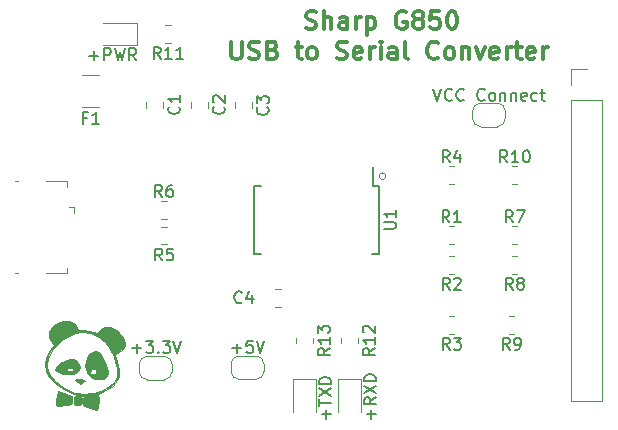
<source format=gbr>
%TF.GenerationSoftware,KiCad,Pcbnew,(5.1.8)-1*%
%TF.CreationDate,2020-12-04T21:04:29+03:00*%
%TF.ProjectId,InterfaceG850,496e7465-7266-4616-9365-473835302e6b,rev?*%
%TF.SameCoordinates,Original*%
%TF.FileFunction,Legend,Top*%
%TF.FilePolarity,Positive*%
%FSLAX46Y46*%
G04 Gerber Fmt 4.6, Leading zero omitted, Abs format (unit mm)*
G04 Created by KiCad (PCBNEW (5.1.8)-1) date 2020-12-04 21:04:29*
%MOMM*%
%LPD*%
G01*
G04 APERTURE LIST*
%ADD10C,0.300000*%
%ADD11C,0.120000*%
%ADD12C,0.150000*%
%ADD13C,0.010000*%
G04 APERTURE END LIST*
D10*
X128656474Y-58717342D02*
X128870760Y-58788771D01*
X129227902Y-58788771D01*
X129370760Y-58717342D01*
X129442188Y-58645914D01*
X129513617Y-58503057D01*
X129513617Y-58360200D01*
X129442188Y-58217342D01*
X129370760Y-58145914D01*
X129227902Y-58074485D01*
X128942188Y-58003057D01*
X128799331Y-57931628D01*
X128727902Y-57860200D01*
X128656474Y-57717342D01*
X128656474Y-57574485D01*
X128727902Y-57431628D01*
X128799331Y-57360200D01*
X128942188Y-57288771D01*
X129299331Y-57288771D01*
X129513617Y-57360200D01*
X130156474Y-58788771D02*
X130156474Y-57288771D01*
X130799331Y-58788771D02*
X130799331Y-58003057D01*
X130727902Y-57860200D01*
X130585045Y-57788771D01*
X130370760Y-57788771D01*
X130227902Y-57860200D01*
X130156474Y-57931628D01*
X132156474Y-58788771D02*
X132156474Y-58003057D01*
X132085045Y-57860200D01*
X131942188Y-57788771D01*
X131656474Y-57788771D01*
X131513617Y-57860200D01*
X132156474Y-58717342D02*
X132013617Y-58788771D01*
X131656474Y-58788771D01*
X131513617Y-58717342D01*
X131442188Y-58574485D01*
X131442188Y-58431628D01*
X131513617Y-58288771D01*
X131656474Y-58217342D01*
X132013617Y-58217342D01*
X132156474Y-58145914D01*
X132870760Y-58788771D02*
X132870760Y-57788771D01*
X132870760Y-58074485D02*
X132942188Y-57931628D01*
X133013617Y-57860200D01*
X133156474Y-57788771D01*
X133299331Y-57788771D01*
X133799331Y-57788771D02*
X133799331Y-59288771D01*
X133799331Y-57860200D02*
X133942188Y-57788771D01*
X134227902Y-57788771D01*
X134370760Y-57860200D01*
X134442188Y-57931628D01*
X134513617Y-58074485D01*
X134513617Y-58503057D01*
X134442188Y-58645914D01*
X134370760Y-58717342D01*
X134227902Y-58788771D01*
X133942188Y-58788771D01*
X133799331Y-58717342D01*
X137085045Y-57360200D02*
X136942188Y-57288771D01*
X136727902Y-57288771D01*
X136513617Y-57360200D01*
X136370760Y-57503057D01*
X136299331Y-57645914D01*
X136227902Y-57931628D01*
X136227902Y-58145914D01*
X136299331Y-58431628D01*
X136370760Y-58574485D01*
X136513617Y-58717342D01*
X136727902Y-58788771D01*
X136870760Y-58788771D01*
X137085045Y-58717342D01*
X137156474Y-58645914D01*
X137156474Y-58145914D01*
X136870760Y-58145914D01*
X138013617Y-57931628D02*
X137870760Y-57860200D01*
X137799331Y-57788771D01*
X137727902Y-57645914D01*
X137727902Y-57574485D01*
X137799331Y-57431628D01*
X137870760Y-57360200D01*
X138013617Y-57288771D01*
X138299331Y-57288771D01*
X138442188Y-57360200D01*
X138513617Y-57431628D01*
X138585045Y-57574485D01*
X138585045Y-57645914D01*
X138513617Y-57788771D01*
X138442188Y-57860200D01*
X138299331Y-57931628D01*
X138013617Y-57931628D01*
X137870760Y-58003057D01*
X137799331Y-58074485D01*
X137727902Y-58217342D01*
X137727902Y-58503057D01*
X137799331Y-58645914D01*
X137870760Y-58717342D01*
X138013617Y-58788771D01*
X138299331Y-58788771D01*
X138442188Y-58717342D01*
X138513617Y-58645914D01*
X138585045Y-58503057D01*
X138585045Y-58217342D01*
X138513617Y-58074485D01*
X138442188Y-58003057D01*
X138299331Y-57931628D01*
X139942188Y-57288771D02*
X139227902Y-57288771D01*
X139156474Y-58003057D01*
X139227902Y-57931628D01*
X139370760Y-57860200D01*
X139727902Y-57860200D01*
X139870760Y-57931628D01*
X139942188Y-58003057D01*
X140013617Y-58145914D01*
X140013617Y-58503057D01*
X139942188Y-58645914D01*
X139870760Y-58717342D01*
X139727902Y-58788771D01*
X139370760Y-58788771D01*
X139227902Y-58717342D01*
X139156474Y-58645914D01*
X140942188Y-57288771D02*
X141085045Y-57288771D01*
X141227902Y-57360200D01*
X141299331Y-57431628D01*
X141370760Y-57574485D01*
X141442188Y-57860200D01*
X141442188Y-58217342D01*
X141370760Y-58503057D01*
X141299331Y-58645914D01*
X141227902Y-58717342D01*
X141085045Y-58788771D01*
X140942188Y-58788771D01*
X140799331Y-58717342D01*
X140727902Y-58645914D01*
X140656474Y-58503057D01*
X140585045Y-58217342D01*
X140585045Y-57860200D01*
X140656474Y-57574485D01*
X140727902Y-57431628D01*
X140799331Y-57360200D01*
X140942188Y-57288771D01*
X122335045Y-59838771D02*
X122335045Y-61053057D01*
X122406474Y-61195914D01*
X122477902Y-61267342D01*
X122620760Y-61338771D01*
X122906474Y-61338771D01*
X123049331Y-61267342D01*
X123120760Y-61195914D01*
X123192188Y-61053057D01*
X123192188Y-59838771D01*
X123835045Y-61267342D02*
X124049331Y-61338771D01*
X124406474Y-61338771D01*
X124549331Y-61267342D01*
X124620760Y-61195914D01*
X124692188Y-61053057D01*
X124692188Y-60910200D01*
X124620760Y-60767342D01*
X124549331Y-60695914D01*
X124406474Y-60624485D01*
X124120760Y-60553057D01*
X123977902Y-60481628D01*
X123906474Y-60410200D01*
X123835045Y-60267342D01*
X123835045Y-60124485D01*
X123906474Y-59981628D01*
X123977902Y-59910200D01*
X124120760Y-59838771D01*
X124477902Y-59838771D01*
X124692188Y-59910200D01*
X125835045Y-60553057D02*
X126049331Y-60624485D01*
X126120760Y-60695914D01*
X126192188Y-60838771D01*
X126192188Y-61053057D01*
X126120760Y-61195914D01*
X126049331Y-61267342D01*
X125906474Y-61338771D01*
X125335045Y-61338771D01*
X125335045Y-59838771D01*
X125835045Y-59838771D01*
X125977902Y-59910200D01*
X126049331Y-59981628D01*
X126120760Y-60124485D01*
X126120760Y-60267342D01*
X126049331Y-60410200D01*
X125977902Y-60481628D01*
X125835045Y-60553057D01*
X125335045Y-60553057D01*
X127763617Y-60338771D02*
X128335045Y-60338771D01*
X127977902Y-59838771D02*
X127977902Y-61124485D01*
X128049331Y-61267342D01*
X128192188Y-61338771D01*
X128335045Y-61338771D01*
X129049331Y-61338771D02*
X128906474Y-61267342D01*
X128835045Y-61195914D01*
X128763617Y-61053057D01*
X128763617Y-60624485D01*
X128835045Y-60481628D01*
X128906474Y-60410200D01*
X129049331Y-60338771D01*
X129263617Y-60338771D01*
X129406474Y-60410200D01*
X129477902Y-60481628D01*
X129549331Y-60624485D01*
X129549331Y-61053057D01*
X129477902Y-61195914D01*
X129406474Y-61267342D01*
X129263617Y-61338771D01*
X129049331Y-61338771D01*
X131263617Y-61267342D02*
X131477902Y-61338771D01*
X131835045Y-61338771D01*
X131977902Y-61267342D01*
X132049331Y-61195914D01*
X132120760Y-61053057D01*
X132120760Y-60910200D01*
X132049331Y-60767342D01*
X131977902Y-60695914D01*
X131835045Y-60624485D01*
X131549331Y-60553057D01*
X131406474Y-60481628D01*
X131335045Y-60410200D01*
X131263617Y-60267342D01*
X131263617Y-60124485D01*
X131335045Y-59981628D01*
X131406474Y-59910200D01*
X131549331Y-59838771D01*
X131906474Y-59838771D01*
X132120760Y-59910200D01*
X133335045Y-61267342D02*
X133192188Y-61338771D01*
X132906474Y-61338771D01*
X132763617Y-61267342D01*
X132692188Y-61124485D01*
X132692188Y-60553057D01*
X132763617Y-60410200D01*
X132906474Y-60338771D01*
X133192188Y-60338771D01*
X133335045Y-60410200D01*
X133406474Y-60553057D01*
X133406474Y-60695914D01*
X132692188Y-60838771D01*
X134049331Y-61338771D02*
X134049331Y-60338771D01*
X134049331Y-60624485D02*
X134120760Y-60481628D01*
X134192188Y-60410200D01*
X134335045Y-60338771D01*
X134477902Y-60338771D01*
X134977902Y-61338771D02*
X134977902Y-60338771D01*
X134977902Y-59838771D02*
X134906474Y-59910200D01*
X134977902Y-59981628D01*
X135049331Y-59910200D01*
X134977902Y-59838771D01*
X134977902Y-59981628D01*
X136335045Y-61338771D02*
X136335045Y-60553057D01*
X136263617Y-60410200D01*
X136120760Y-60338771D01*
X135835045Y-60338771D01*
X135692188Y-60410200D01*
X136335045Y-61267342D02*
X136192188Y-61338771D01*
X135835045Y-61338771D01*
X135692188Y-61267342D01*
X135620760Y-61124485D01*
X135620760Y-60981628D01*
X135692188Y-60838771D01*
X135835045Y-60767342D01*
X136192188Y-60767342D01*
X136335045Y-60695914D01*
X137263617Y-61338771D02*
X137120760Y-61267342D01*
X137049331Y-61124485D01*
X137049331Y-59838771D01*
X139835045Y-61195914D02*
X139763617Y-61267342D01*
X139549331Y-61338771D01*
X139406474Y-61338771D01*
X139192188Y-61267342D01*
X139049331Y-61124485D01*
X138977902Y-60981628D01*
X138906474Y-60695914D01*
X138906474Y-60481628D01*
X138977902Y-60195914D01*
X139049331Y-60053057D01*
X139192188Y-59910200D01*
X139406474Y-59838771D01*
X139549331Y-59838771D01*
X139763617Y-59910200D01*
X139835045Y-59981628D01*
X140692188Y-61338771D02*
X140549331Y-61267342D01*
X140477902Y-61195914D01*
X140406474Y-61053057D01*
X140406474Y-60624485D01*
X140477902Y-60481628D01*
X140549331Y-60410200D01*
X140692188Y-60338771D01*
X140906474Y-60338771D01*
X141049331Y-60410200D01*
X141120760Y-60481628D01*
X141192188Y-60624485D01*
X141192188Y-61053057D01*
X141120760Y-61195914D01*
X141049331Y-61267342D01*
X140906474Y-61338771D01*
X140692188Y-61338771D01*
X141835045Y-60338771D02*
X141835045Y-61338771D01*
X141835045Y-60481628D02*
X141906474Y-60410200D01*
X142049331Y-60338771D01*
X142263617Y-60338771D01*
X142406474Y-60410200D01*
X142477902Y-60553057D01*
X142477902Y-61338771D01*
X143049331Y-60338771D02*
X143406474Y-61338771D01*
X143763617Y-60338771D01*
X144906474Y-61267342D02*
X144763617Y-61338771D01*
X144477902Y-61338771D01*
X144335045Y-61267342D01*
X144263617Y-61124485D01*
X144263617Y-60553057D01*
X144335045Y-60410200D01*
X144477902Y-60338771D01*
X144763617Y-60338771D01*
X144906474Y-60410200D01*
X144977902Y-60553057D01*
X144977902Y-60695914D01*
X144263617Y-60838771D01*
X145620760Y-61338771D02*
X145620760Y-60338771D01*
X145620760Y-60624485D02*
X145692188Y-60481628D01*
X145763617Y-60410200D01*
X145906474Y-60338771D01*
X146049331Y-60338771D01*
X146335045Y-60338771D02*
X146906474Y-60338771D01*
X146549331Y-59838771D02*
X146549331Y-61124485D01*
X146620760Y-61267342D01*
X146763617Y-61338771D01*
X146906474Y-61338771D01*
X147977902Y-61267342D02*
X147835045Y-61338771D01*
X147549331Y-61338771D01*
X147406474Y-61267342D01*
X147335045Y-61124485D01*
X147335045Y-60553057D01*
X147406474Y-60410200D01*
X147549331Y-60338771D01*
X147835045Y-60338771D01*
X147977902Y-60410200D01*
X148049331Y-60553057D01*
X148049331Y-60695914D01*
X147335045Y-60838771D01*
X148692188Y-61338771D02*
X148692188Y-60338771D01*
X148692188Y-60624485D02*
X148763617Y-60481628D01*
X148835045Y-60410200D01*
X148977902Y-60338771D01*
X149120760Y-60338771D01*
D11*
X135406901Y-71247000D02*
G75*
G03*
X135406901Y-71247000I-283981J0D01*
G01*
D12*
X122407205Y-85796428D02*
X123169110Y-85796428D01*
X122788158Y-86177380D02*
X122788158Y-85415476D01*
X124121491Y-85177380D02*
X123645300Y-85177380D01*
X123597681Y-85653571D01*
X123645300Y-85605952D01*
X123740539Y-85558333D01*
X123978634Y-85558333D01*
X124073872Y-85605952D01*
X124121491Y-85653571D01*
X124169110Y-85748809D01*
X124169110Y-85986904D01*
X124121491Y-86082142D01*
X124073872Y-86129761D01*
X123978634Y-86177380D01*
X123740539Y-86177380D01*
X123645300Y-86129761D01*
X123597681Y-86082142D01*
X124454824Y-85177380D02*
X124788158Y-86177380D01*
X125121491Y-85177380D01*
X113945920Y-85796428D02*
X114707824Y-85796428D01*
X114326872Y-86177380D02*
X114326872Y-85415476D01*
X115088777Y-85177380D02*
X115707824Y-85177380D01*
X115374491Y-85558333D01*
X115517348Y-85558333D01*
X115612586Y-85605952D01*
X115660205Y-85653571D01*
X115707824Y-85748809D01*
X115707824Y-85986904D01*
X115660205Y-86082142D01*
X115612586Y-86129761D01*
X115517348Y-86177380D01*
X115231634Y-86177380D01*
X115136396Y-86129761D01*
X115088777Y-86082142D01*
X116136396Y-86082142D02*
X116184015Y-86129761D01*
X116136396Y-86177380D01*
X116088777Y-86129761D01*
X116136396Y-86082142D01*
X116136396Y-86177380D01*
X116517348Y-85177380D02*
X117136396Y-85177380D01*
X116803062Y-85558333D01*
X116945920Y-85558333D01*
X117041158Y-85605952D01*
X117088777Y-85653571D01*
X117136396Y-85748809D01*
X117136396Y-85986904D01*
X117088777Y-86082142D01*
X117041158Y-86129761D01*
X116945920Y-86177380D01*
X116660205Y-86177380D01*
X116564967Y-86129761D01*
X116517348Y-86082142D01*
X117422110Y-85177380D02*
X117755443Y-86177380D01*
X118088777Y-85177380D01*
X134178348Y-91773142D02*
X134178348Y-91011238D01*
X134559300Y-91392190D02*
X133797396Y-91392190D01*
X134559300Y-89963619D02*
X134083110Y-90296952D01*
X134559300Y-90535047D02*
X133559300Y-90535047D01*
X133559300Y-90154095D01*
X133606920Y-90058857D01*
X133654539Y-90011238D01*
X133749777Y-89963619D01*
X133892634Y-89963619D01*
X133987872Y-90011238D01*
X134035491Y-90058857D01*
X134083110Y-90154095D01*
X134083110Y-90535047D01*
X133559300Y-89630285D02*
X134559300Y-88963619D01*
X133559300Y-88963619D02*
X134559300Y-89630285D01*
X134559300Y-88582666D02*
X133559300Y-88582666D01*
X133559300Y-88344571D01*
X133606920Y-88201714D01*
X133702158Y-88106476D01*
X133797396Y-88058857D01*
X133987872Y-88011238D01*
X134130729Y-88011238D01*
X134321205Y-88058857D01*
X134416443Y-88106476D01*
X134511681Y-88201714D01*
X134559300Y-88344571D01*
X134559300Y-88582666D01*
X130368348Y-91781095D02*
X130368348Y-91019190D01*
X130749300Y-91400142D02*
X129987396Y-91400142D01*
X129749300Y-90685857D02*
X129749300Y-90114428D01*
X130749300Y-90400142D02*
X129749300Y-90400142D01*
X129749300Y-89876333D02*
X130749300Y-89209666D01*
X129749300Y-89209666D02*
X130749300Y-89876333D01*
X130749300Y-88828714D02*
X129749300Y-88828714D01*
X129749300Y-88590619D01*
X129796920Y-88447761D01*
X129892158Y-88352523D01*
X129987396Y-88304904D01*
X130177872Y-88257285D01*
X130320729Y-88257285D01*
X130511205Y-88304904D01*
X130606443Y-88352523D01*
X130701681Y-88447761D01*
X130749300Y-88590619D01*
X130749300Y-88828714D01*
X139425634Y-63841380D02*
X139758967Y-64841380D01*
X140092300Y-63841380D01*
X140997062Y-64746142D02*
X140949443Y-64793761D01*
X140806586Y-64841380D01*
X140711348Y-64841380D01*
X140568491Y-64793761D01*
X140473253Y-64698523D01*
X140425634Y-64603285D01*
X140378015Y-64412809D01*
X140378015Y-64269952D01*
X140425634Y-64079476D01*
X140473253Y-63984238D01*
X140568491Y-63889000D01*
X140711348Y-63841380D01*
X140806586Y-63841380D01*
X140949443Y-63889000D01*
X140997062Y-63936619D01*
X141997062Y-64746142D02*
X141949443Y-64793761D01*
X141806586Y-64841380D01*
X141711348Y-64841380D01*
X141568491Y-64793761D01*
X141473253Y-64698523D01*
X141425634Y-64603285D01*
X141378015Y-64412809D01*
X141378015Y-64269952D01*
X141425634Y-64079476D01*
X141473253Y-63984238D01*
X141568491Y-63889000D01*
X141711348Y-63841380D01*
X141806586Y-63841380D01*
X141949443Y-63889000D01*
X141997062Y-63936619D01*
X143758967Y-64746142D02*
X143711348Y-64793761D01*
X143568491Y-64841380D01*
X143473253Y-64841380D01*
X143330396Y-64793761D01*
X143235158Y-64698523D01*
X143187539Y-64603285D01*
X143139920Y-64412809D01*
X143139920Y-64269952D01*
X143187539Y-64079476D01*
X143235158Y-63984238D01*
X143330396Y-63889000D01*
X143473253Y-63841380D01*
X143568491Y-63841380D01*
X143711348Y-63889000D01*
X143758967Y-63936619D01*
X144330396Y-64841380D02*
X144235158Y-64793761D01*
X144187539Y-64746142D01*
X144139920Y-64650904D01*
X144139920Y-64365190D01*
X144187539Y-64269952D01*
X144235158Y-64222333D01*
X144330396Y-64174714D01*
X144473253Y-64174714D01*
X144568491Y-64222333D01*
X144616110Y-64269952D01*
X144663729Y-64365190D01*
X144663729Y-64650904D01*
X144616110Y-64746142D01*
X144568491Y-64793761D01*
X144473253Y-64841380D01*
X144330396Y-64841380D01*
X145092300Y-64174714D02*
X145092300Y-64841380D01*
X145092300Y-64269952D02*
X145139920Y-64222333D01*
X145235158Y-64174714D01*
X145378015Y-64174714D01*
X145473253Y-64222333D01*
X145520872Y-64317571D01*
X145520872Y-64841380D01*
X145997062Y-64174714D02*
X145997062Y-64841380D01*
X145997062Y-64269952D02*
X146044681Y-64222333D01*
X146139920Y-64174714D01*
X146282777Y-64174714D01*
X146378015Y-64222333D01*
X146425634Y-64317571D01*
X146425634Y-64841380D01*
X147282777Y-64793761D02*
X147187539Y-64841380D01*
X146997062Y-64841380D01*
X146901824Y-64793761D01*
X146854205Y-64698523D01*
X146854205Y-64317571D01*
X146901824Y-64222333D01*
X146997062Y-64174714D01*
X147187539Y-64174714D01*
X147282777Y-64222333D01*
X147330396Y-64317571D01*
X147330396Y-64412809D01*
X146854205Y-64508047D01*
X148187539Y-64793761D02*
X148092300Y-64841380D01*
X147901824Y-64841380D01*
X147806586Y-64793761D01*
X147758967Y-64746142D01*
X147711348Y-64650904D01*
X147711348Y-64365190D01*
X147758967Y-64269952D01*
X147806586Y-64222333D01*
X147901824Y-64174714D01*
X148092300Y-64174714D01*
X148187539Y-64222333D01*
X148473253Y-64174714D02*
X148854205Y-64174714D01*
X148616110Y-63841380D02*
X148616110Y-64698523D01*
X148663729Y-64793761D01*
X148758967Y-64841380D01*
X148854205Y-64841380D01*
X110310539Y-61031428D02*
X111072443Y-61031428D01*
X110691491Y-61412380D02*
X110691491Y-60650476D01*
X111548634Y-61412380D02*
X111548634Y-60412380D01*
X111929586Y-60412380D01*
X112024824Y-60460000D01*
X112072443Y-60507619D01*
X112120062Y-60602857D01*
X112120062Y-60745714D01*
X112072443Y-60840952D01*
X112024824Y-60888571D01*
X111929586Y-60936190D01*
X111548634Y-60936190D01*
X112453396Y-60412380D02*
X112691491Y-61412380D01*
X112881967Y-60698095D01*
X113072443Y-61412380D01*
X113310539Y-60412380D01*
X114262920Y-61412380D02*
X113929586Y-60936190D01*
X113691491Y-61412380D02*
X113691491Y-60412380D01*
X114072443Y-60412380D01*
X114167681Y-60460000D01*
X114215300Y-60507619D01*
X114262920Y-60602857D01*
X114262920Y-60745714D01*
X114215300Y-60840952D01*
X114167681Y-60888571D01*
X114072443Y-60936190D01*
X113691491Y-60936190D01*
D13*
%TO.C,G\u002A\u002A\u002A*%
G36*
X108681748Y-83508053D02*
G01*
X108772026Y-83539407D01*
X108968309Y-83668194D01*
X109143162Y-83866049D01*
X109265414Y-84096654D01*
X109275429Y-84125924D01*
X109324043Y-84277966D01*
X109851036Y-84290003D01*
X110159449Y-84304931D01*
X110395771Y-84336913D01*
X110593071Y-84391104D01*
X110657800Y-84415773D01*
X110846317Y-84489266D01*
X110962446Y-84520004D01*
X111030848Y-84507450D01*
X111076183Y-84451065D01*
X111097947Y-84406179D01*
X111218646Y-84250302D01*
X111410508Y-84118264D01*
X111638984Y-84028850D01*
X111844406Y-84000340D01*
X112134523Y-84043705D01*
X112423719Y-84163205D01*
X112696093Y-84342948D01*
X112935748Y-84567043D01*
X113126783Y-84819597D01*
X113253300Y-85084718D01*
X113299399Y-85346515D01*
X113291720Y-85446994D01*
X113201224Y-85748959D01*
X113034071Y-85981341D01*
X112784086Y-86151168D01*
X112613758Y-86218920D01*
X112488541Y-86262437D01*
X112419825Y-86291127D01*
X112415320Y-86294923D01*
X112431365Y-86346423D01*
X112472971Y-86468776D01*
X112518565Y-86599632D01*
X112628065Y-86935502D01*
X112720769Y-87266825D01*
X112790466Y-87567839D01*
X112830946Y-87812779D01*
X112838654Y-87927670D01*
X112794002Y-88191805D01*
X112669912Y-88476460D01*
X112481176Y-88753979D01*
X112287699Y-88957588D01*
X112063778Y-89141963D01*
X111831424Y-89292975D01*
X111558374Y-89429069D01*
X111230747Y-89561770D01*
X111048097Y-89634870D01*
X110956838Y-89683753D01*
X110947102Y-89714975D01*
X110979393Y-89728795D01*
X111040713Y-89756082D01*
X111074840Y-89814525D01*
X111089491Y-89929788D01*
X111092404Y-90104656D01*
X111083687Y-90320903D01*
X111060556Y-90545577D01*
X111027543Y-90751470D01*
X110989179Y-90911378D01*
X110949993Y-90998095D01*
X110942600Y-91004181D01*
X110863817Y-91011348D01*
X110854279Y-91009102D01*
X110621612Y-90940100D01*
X110373758Y-90860810D01*
X110143036Y-90782118D01*
X109961767Y-90714908D01*
X109888549Y-90683854D01*
X109783876Y-90624912D01*
X109733340Y-90553035D01*
X109717529Y-90430382D01*
X109716570Y-90348638D01*
X109726081Y-90131610D01*
X109759956Y-90001149D01*
X109826209Y-89939258D01*
X109904317Y-89927007D01*
X110014112Y-89906638D01*
X110060529Y-89874090D01*
X110032122Y-89844267D01*
X109908125Y-89828729D01*
X109759381Y-89827312D01*
X109603762Y-89833640D01*
X109516151Y-89844344D01*
X109515416Y-89857110D01*
X109515646Y-89857171D01*
X109612190Y-89933395D01*
X109652907Y-90088012D01*
X109637486Y-90288795D01*
X109586450Y-90473146D01*
X109505493Y-90573657D01*
X109371935Y-90612072D01*
X109297341Y-90614923D01*
X109131540Y-90596317D01*
X109032669Y-90527993D01*
X108985812Y-90391194D01*
X108975737Y-90210465D01*
X108984787Y-90032379D01*
X109019383Y-89924576D01*
X109090694Y-89852490D01*
X109091607Y-89851849D01*
X109154089Y-89807786D01*
X109178220Y-89776112D01*
X109150020Y-89745812D01*
X109055508Y-89705868D01*
X108880702Y-89645264D01*
X108790529Y-89614599D01*
X108226289Y-89367466D01*
X107699394Y-89026551D01*
X107299781Y-88677584D01*
X106980261Y-88320834D01*
X106754897Y-87975032D01*
X106615437Y-87624409D01*
X106553631Y-87253202D01*
X106553529Y-87251665D01*
X106548950Y-87145101D01*
X106700320Y-87145101D01*
X106715757Y-87427238D01*
X106770895Y-87666116D01*
X106878975Y-87902488D01*
X107019638Y-88127840D01*
X107368664Y-88555887D01*
X107799186Y-88935429D01*
X108293131Y-89253817D01*
X108832420Y-89498401D01*
X109104201Y-89586474D01*
X109338208Y-89627965D01*
X109643076Y-89647179D01*
X109986481Y-89645379D01*
X110336101Y-89623824D01*
X110659613Y-89583777D01*
X110924696Y-89526498D01*
X110965569Y-89513844D01*
X111447104Y-89323511D01*
X111859862Y-89096122D01*
X112196632Y-88838427D01*
X112450206Y-88557176D01*
X112613373Y-88259119D01*
X112678925Y-87951007D01*
X112679904Y-87908643D01*
X112662006Y-87730108D01*
X112613389Y-87480712D01*
X112541665Y-87188241D01*
X112454448Y-86880482D01*
X112359350Y-86585221D01*
X112263986Y-86330244D01*
X112219649Y-86228820D01*
X111924071Y-85689386D01*
X111587170Y-85244316D01*
X111210705Y-84894817D01*
X110796436Y-84642093D01*
X110346122Y-84487352D01*
X109861525Y-84431798D01*
X109610737Y-84441266D01*
X109093682Y-84538084D01*
X108590276Y-84739384D01*
X108100138Y-85045363D01*
X107622891Y-85456219D01*
X107573445Y-85505519D01*
X107217876Y-85908376D01*
X106951841Y-86305902D01*
X106779144Y-86690956D01*
X106703587Y-87056398D01*
X106700320Y-87145101D01*
X106548950Y-87145101D01*
X106545154Y-87056787D01*
X106555915Y-86906096D01*
X106594196Y-86759768D01*
X106668383Y-86577978D01*
X106718565Y-86467821D01*
X106891243Y-86128650D01*
X107069469Y-85856507D01*
X107256224Y-85636317D01*
X107316940Y-85559718D01*
X107321502Y-85493419D01*
X107261417Y-85409398D01*
X107156081Y-85305855D01*
X106996168Y-85093528D01*
X106890898Y-84828955D01*
X106859365Y-84599097D01*
X106908623Y-84361503D01*
X107045433Y-84132582D01*
X107251526Y-83922456D01*
X107508630Y-83741249D01*
X107798475Y-83599082D01*
X108102790Y-83506079D01*
X108403304Y-83472361D01*
X108681748Y-83508053D01*
G37*
X108681748Y-83508053D02*
X108772026Y-83539407D01*
X108968309Y-83668194D01*
X109143162Y-83866049D01*
X109265414Y-84096654D01*
X109275429Y-84125924D01*
X109324043Y-84277966D01*
X109851036Y-84290003D01*
X110159449Y-84304931D01*
X110395771Y-84336913D01*
X110593071Y-84391104D01*
X110657800Y-84415773D01*
X110846317Y-84489266D01*
X110962446Y-84520004D01*
X111030848Y-84507450D01*
X111076183Y-84451065D01*
X111097947Y-84406179D01*
X111218646Y-84250302D01*
X111410508Y-84118264D01*
X111638984Y-84028850D01*
X111844406Y-84000340D01*
X112134523Y-84043705D01*
X112423719Y-84163205D01*
X112696093Y-84342948D01*
X112935748Y-84567043D01*
X113126783Y-84819597D01*
X113253300Y-85084718D01*
X113299399Y-85346515D01*
X113291720Y-85446994D01*
X113201224Y-85748959D01*
X113034071Y-85981341D01*
X112784086Y-86151168D01*
X112613758Y-86218920D01*
X112488541Y-86262437D01*
X112419825Y-86291127D01*
X112415320Y-86294923D01*
X112431365Y-86346423D01*
X112472971Y-86468776D01*
X112518565Y-86599632D01*
X112628065Y-86935502D01*
X112720769Y-87266825D01*
X112790466Y-87567839D01*
X112830946Y-87812779D01*
X112838654Y-87927670D01*
X112794002Y-88191805D01*
X112669912Y-88476460D01*
X112481176Y-88753979D01*
X112287699Y-88957588D01*
X112063778Y-89141963D01*
X111831424Y-89292975D01*
X111558374Y-89429069D01*
X111230747Y-89561770D01*
X111048097Y-89634870D01*
X110956838Y-89683753D01*
X110947102Y-89714975D01*
X110979393Y-89728795D01*
X111040713Y-89756082D01*
X111074840Y-89814525D01*
X111089491Y-89929788D01*
X111092404Y-90104656D01*
X111083687Y-90320903D01*
X111060556Y-90545577D01*
X111027543Y-90751470D01*
X110989179Y-90911378D01*
X110949993Y-90998095D01*
X110942600Y-91004181D01*
X110863817Y-91011348D01*
X110854279Y-91009102D01*
X110621612Y-90940100D01*
X110373758Y-90860810D01*
X110143036Y-90782118D01*
X109961767Y-90714908D01*
X109888549Y-90683854D01*
X109783876Y-90624912D01*
X109733340Y-90553035D01*
X109717529Y-90430382D01*
X109716570Y-90348638D01*
X109726081Y-90131610D01*
X109759956Y-90001149D01*
X109826209Y-89939258D01*
X109904317Y-89927007D01*
X110014112Y-89906638D01*
X110060529Y-89874090D01*
X110032122Y-89844267D01*
X109908125Y-89828729D01*
X109759381Y-89827312D01*
X109603762Y-89833640D01*
X109516151Y-89844344D01*
X109515416Y-89857110D01*
X109515646Y-89857171D01*
X109612190Y-89933395D01*
X109652907Y-90088012D01*
X109637486Y-90288795D01*
X109586450Y-90473146D01*
X109505493Y-90573657D01*
X109371935Y-90612072D01*
X109297341Y-90614923D01*
X109131540Y-90596317D01*
X109032669Y-90527993D01*
X108985812Y-90391194D01*
X108975737Y-90210465D01*
X108984787Y-90032379D01*
X109019383Y-89924576D01*
X109090694Y-89852490D01*
X109091607Y-89851849D01*
X109154089Y-89807786D01*
X109178220Y-89776112D01*
X109150020Y-89745812D01*
X109055508Y-89705868D01*
X108880702Y-89645264D01*
X108790529Y-89614599D01*
X108226289Y-89367466D01*
X107699394Y-89026551D01*
X107299781Y-88677584D01*
X106980261Y-88320834D01*
X106754897Y-87975032D01*
X106615437Y-87624409D01*
X106553631Y-87253202D01*
X106553529Y-87251665D01*
X106548950Y-87145101D01*
X106700320Y-87145101D01*
X106715757Y-87427238D01*
X106770895Y-87666116D01*
X106878975Y-87902488D01*
X107019638Y-88127840D01*
X107368664Y-88555887D01*
X107799186Y-88935429D01*
X108293131Y-89253817D01*
X108832420Y-89498401D01*
X109104201Y-89586474D01*
X109338208Y-89627965D01*
X109643076Y-89647179D01*
X109986481Y-89645379D01*
X110336101Y-89623824D01*
X110659613Y-89583777D01*
X110924696Y-89526498D01*
X110965569Y-89513844D01*
X111447104Y-89323511D01*
X111859862Y-89096122D01*
X112196632Y-88838427D01*
X112450206Y-88557176D01*
X112613373Y-88259119D01*
X112678925Y-87951007D01*
X112679904Y-87908643D01*
X112662006Y-87730108D01*
X112613389Y-87480712D01*
X112541665Y-87188241D01*
X112454448Y-86880482D01*
X112359350Y-86585221D01*
X112263986Y-86330244D01*
X112219649Y-86228820D01*
X111924071Y-85689386D01*
X111587170Y-85244316D01*
X111210705Y-84894817D01*
X110796436Y-84642093D01*
X110346122Y-84487352D01*
X109861525Y-84431798D01*
X109610737Y-84441266D01*
X109093682Y-84538084D01*
X108590276Y-84739384D01*
X108100138Y-85045363D01*
X107622891Y-85456219D01*
X107573445Y-85505519D01*
X107217876Y-85908376D01*
X106951841Y-86305902D01*
X106779144Y-86690956D01*
X106703587Y-87056398D01*
X106700320Y-87145101D01*
X106548950Y-87145101D01*
X106545154Y-87056787D01*
X106555915Y-86906096D01*
X106594196Y-86759768D01*
X106668383Y-86577978D01*
X106718565Y-86467821D01*
X106891243Y-86128650D01*
X107069469Y-85856507D01*
X107256224Y-85636317D01*
X107316940Y-85559718D01*
X107321502Y-85493419D01*
X107261417Y-85409398D01*
X107156081Y-85305855D01*
X106996168Y-85093528D01*
X106890898Y-84828955D01*
X106859365Y-84599097D01*
X106908623Y-84361503D01*
X107045433Y-84132582D01*
X107251526Y-83922456D01*
X107508630Y-83741249D01*
X107798475Y-83599082D01*
X108102790Y-83506079D01*
X108403304Y-83472361D01*
X108681748Y-83508053D01*
G36*
X107783949Y-89468650D02*
G01*
X107940774Y-89516992D01*
X108146705Y-89587774D01*
X108314991Y-89649454D01*
X108843445Y-89848151D01*
X108859219Y-90148938D01*
X108863839Y-90298311D01*
X108848614Y-90403948D01*
X108797466Y-90477470D01*
X108694317Y-90530497D01*
X108523088Y-90574648D01*
X108267703Y-90621543D01*
X108185891Y-90635558D01*
X107905630Y-90683178D01*
X107713425Y-90710459D01*
X107592712Y-90713033D01*
X107526925Y-90686532D01*
X107499501Y-90626589D01*
X107493874Y-90528835D01*
X107494070Y-90453137D01*
X107504249Y-90194088D01*
X107531824Y-89944058D01*
X107572351Y-89724574D01*
X107621388Y-89557159D01*
X107674491Y-89463341D01*
X107700975Y-89450757D01*
X107783949Y-89468650D01*
G37*
X107783949Y-89468650D02*
X107940774Y-89516992D01*
X108146705Y-89587774D01*
X108314991Y-89649454D01*
X108843445Y-89848151D01*
X108859219Y-90148938D01*
X108863839Y-90298311D01*
X108848614Y-90403948D01*
X108797466Y-90477470D01*
X108694317Y-90530497D01*
X108523088Y-90574648D01*
X108267703Y-90621543D01*
X108185891Y-90635558D01*
X107905630Y-90683178D01*
X107713425Y-90710459D01*
X107592712Y-90713033D01*
X107526925Y-90686532D01*
X107499501Y-90626589D01*
X107493874Y-90528835D01*
X107494070Y-90453137D01*
X107504249Y-90194088D01*
X107531824Y-89944058D01*
X107572351Y-89724574D01*
X107621388Y-89557159D01*
X107674491Y-89463341D01*
X107700975Y-89450757D01*
X107783949Y-89468650D01*
G36*
X109575307Y-88437713D02*
G01*
X109742559Y-88474381D01*
X109867226Y-88523889D01*
X109905011Y-88556403D01*
X109876134Y-88597354D01*
X109786547Y-88664938D01*
X109669935Y-88737934D01*
X109559982Y-88795115D01*
X109493782Y-88815512D01*
X109449776Y-88782603D01*
X109355565Y-88699390D01*
X109297916Y-88646088D01*
X109117386Y-88476910D01*
X109271457Y-88433606D01*
X109405072Y-88421563D01*
X109575307Y-88437713D01*
G37*
X109575307Y-88437713D02*
X109742559Y-88474381D01*
X109867226Y-88523889D01*
X109905011Y-88556403D01*
X109876134Y-88597354D01*
X109786547Y-88664938D01*
X109669935Y-88737934D01*
X109559982Y-88795115D01*
X109493782Y-88815512D01*
X109449776Y-88782603D01*
X109355565Y-88699390D01*
X109297916Y-88646088D01*
X109117386Y-88476910D01*
X109271457Y-88433606D01*
X109405072Y-88421563D01*
X109575307Y-88437713D01*
G36*
X110944703Y-86039075D02*
G01*
X111038942Y-86109817D01*
X111167860Y-86242202D01*
X111369330Y-86503706D01*
X111559414Y-86831151D01*
X111718246Y-87184985D01*
X111825962Y-87525656D01*
X111836598Y-87573732D01*
X111870486Y-87765044D01*
X111873760Y-87896250D01*
X111844623Y-88009074D01*
X111814923Y-88076743D01*
X111727358Y-88218231D01*
X111627823Y-88322556D01*
X111615112Y-88331259D01*
X111449469Y-88392610D01*
X111226170Y-88422698D01*
X110989312Y-88419367D01*
X110782989Y-88380462D01*
X110761567Y-88372999D01*
X110453524Y-88209943D01*
X110193310Y-87978306D01*
X110078774Y-87824702D01*
X110075559Y-87816754D01*
X110355284Y-87816754D01*
X110367223Y-87925271D01*
X110473107Y-87987603D01*
X110674254Y-88005332D01*
X110721987Y-88003850D01*
X110840648Y-87991674D01*
X110893346Y-87948377D01*
X110906808Y-87842221D01*
X110907195Y-87783882D01*
X110901010Y-87647712D01*
X110863814Y-87584402D01*
X110767649Y-87561025D01*
X110713786Y-87556091D01*
X110563398Y-87561493D01*
X110467097Y-87621047D01*
X110435973Y-87660470D01*
X110355284Y-87816754D01*
X110075559Y-87816754D01*
X109979881Y-87580288D01*
X109950675Y-87299489D01*
X109983427Y-87003224D01*
X110070410Y-86712411D01*
X110203896Y-86447972D01*
X110376156Y-86230824D01*
X110579462Y-86081889D01*
X110742383Y-86028365D01*
X110856414Y-86017234D01*
X110944703Y-86039075D01*
G37*
X110944703Y-86039075D02*
X111038942Y-86109817D01*
X111167860Y-86242202D01*
X111369330Y-86503706D01*
X111559414Y-86831151D01*
X111718246Y-87184985D01*
X111825962Y-87525656D01*
X111836598Y-87573732D01*
X111870486Y-87765044D01*
X111873760Y-87896250D01*
X111844623Y-88009074D01*
X111814923Y-88076743D01*
X111727358Y-88218231D01*
X111627823Y-88322556D01*
X111615112Y-88331259D01*
X111449469Y-88392610D01*
X111226170Y-88422698D01*
X110989312Y-88419367D01*
X110782989Y-88380462D01*
X110761567Y-88372999D01*
X110453524Y-88209943D01*
X110193310Y-87978306D01*
X110078774Y-87824702D01*
X110075559Y-87816754D01*
X110355284Y-87816754D01*
X110367223Y-87925271D01*
X110473107Y-87987603D01*
X110674254Y-88005332D01*
X110721987Y-88003850D01*
X110840648Y-87991674D01*
X110893346Y-87948377D01*
X110906808Y-87842221D01*
X110907195Y-87783882D01*
X110901010Y-87647712D01*
X110863814Y-87584402D01*
X110767649Y-87561025D01*
X110713786Y-87556091D01*
X110563398Y-87561493D01*
X110467097Y-87621047D01*
X110435973Y-87660470D01*
X110355284Y-87816754D01*
X110075559Y-87816754D01*
X109979881Y-87580288D01*
X109950675Y-87299489D01*
X109983427Y-87003224D01*
X110070410Y-86712411D01*
X110203896Y-86447972D01*
X110376156Y-86230824D01*
X110579462Y-86081889D01*
X110742383Y-86028365D01*
X110856414Y-86017234D01*
X110944703Y-86039075D01*
G36*
X108922100Y-86735729D02*
G01*
X109140707Y-86834389D01*
X109267709Y-86941673D01*
X109425145Y-87156297D01*
X109486812Y-87376904D01*
X109454794Y-87586651D01*
X109331179Y-87768692D01*
X109150047Y-87891756D01*
X108905476Y-87968609D01*
X108602943Y-88005886D01*
X108283047Y-88002566D01*
X107986388Y-87957628D01*
X107872232Y-87923893D01*
X107692429Y-87847249D01*
X107539822Y-87760722D01*
X107478662Y-87712617D01*
X107405910Y-87624090D01*
X107405381Y-87572215D01*
X108420112Y-87572215D01*
X108444603Y-87646951D01*
X108534732Y-87691283D01*
X108631779Y-87710227D01*
X108775697Y-87732386D01*
X108872174Y-87747750D01*
X108884793Y-87749914D01*
X108935991Y-87714702D01*
X108959537Y-87670396D01*
X108950701Y-87571718D01*
X108860530Y-87493932D01*
X108713363Y-87452127D01*
X108605320Y-87450797D01*
X108475608Y-87475841D01*
X108424479Y-87532534D01*
X108420112Y-87572215D01*
X107405381Y-87572215D01*
X107405090Y-87543685D01*
X107444459Y-87460011D01*
X107561651Y-87311140D01*
X107750205Y-87147569D01*
X107981621Y-86989647D01*
X108227398Y-86857718D01*
X108369410Y-86799675D01*
X108670500Y-86725027D01*
X108922100Y-86735729D01*
G37*
X108922100Y-86735729D02*
X109140707Y-86834389D01*
X109267709Y-86941673D01*
X109425145Y-87156297D01*
X109486812Y-87376904D01*
X109454794Y-87586651D01*
X109331179Y-87768692D01*
X109150047Y-87891756D01*
X108905476Y-87968609D01*
X108602943Y-88005886D01*
X108283047Y-88002566D01*
X107986388Y-87957628D01*
X107872232Y-87923893D01*
X107692429Y-87847249D01*
X107539822Y-87760722D01*
X107478662Y-87712617D01*
X107405910Y-87624090D01*
X107405381Y-87572215D01*
X108420112Y-87572215D01*
X108444603Y-87646951D01*
X108534732Y-87691283D01*
X108631779Y-87710227D01*
X108775697Y-87732386D01*
X108872174Y-87747750D01*
X108884793Y-87749914D01*
X108935991Y-87714702D01*
X108959537Y-87670396D01*
X108950701Y-87571718D01*
X108860530Y-87493932D01*
X108713363Y-87452127D01*
X108605320Y-87450797D01*
X108475608Y-87475841D01*
X108424479Y-87532534D01*
X108420112Y-87572215D01*
X107405381Y-87572215D01*
X107405090Y-87543685D01*
X107444459Y-87460011D01*
X107561651Y-87311140D01*
X107750205Y-87147569D01*
X107981621Y-86989647D01*
X108227398Y-86857718D01*
X108369410Y-86799675D01*
X108670500Y-86725027D01*
X108922100Y-86735729D01*
D12*
%TO.C,U1*%
X134290000Y-72055000D02*
X134290000Y-70455000D01*
X124215000Y-72055000D02*
X124215000Y-77805000D01*
X134865000Y-72055000D02*
X134865000Y-77805000D01*
X124215000Y-72055000D02*
X124865000Y-72055000D01*
X124215000Y-77805000D02*
X124865000Y-77805000D01*
X134865000Y-77805000D02*
X134215000Y-77805000D01*
X134865000Y-72055000D02*
X134290000Y-72055000D01*
D11*
%TO.C,R13*%
X127806780Y-84931516D02*
X127806780Y-85385644D01*
X129276780Y-84931516D02*
X129276780Y-85385644D01*
%TO.C,R12*%
X131616780Y-84931516D02*
X131616780Y-85385644D01*
X133086780Y-84931516D02*
X133086780Y-85385644D01*
%TO.C,R11*%
X117201684Y-58462240D02*
X116747556Y-58462240D01*
X117201684Y-59932240D02*
X116747556Y-59932240D01*
%TO.C,R10*%
X146547064Y-70385000D02*
X146092936Y-70385000D01*
X146547064Y-71855000D02*
X146092936Y-71855000D01*
%TO.C,R9*%
X146277064Y-83085000D02*
X145822936Y-83085000D01*
X146277064Y-84555000D02*
X145822936Y-84555000D01*
%TO.C,R8*%
X146547064Y-78005000D02*
X146092936Y-78005000D01*
X146547064Y-79475000D02*
X146092936Y-79475000D01*
%TO.C,R7*%
X146547064Y-75465000D02*
X146092936Y-75465000D01*
X146547064Y-76935000D02*
X146092936Y-76935000D01*
%TO.C,R6*%
X116844304Y-73366960D02*
X116390176Y-73366960D01*
X116844304Y-74836960D02*
X116390176Y-74836960D01*
%TO.C,R5*%
X116853704Y-75533580D02*
X116399576Y-75533580D01*
X116853704Y-77003580D02*
X116399576Y-77003580D01*
%TO.C,R4*%
X141197064Y-70385000D02*
X140742936Y-70385000D01*
X141197064Y-71855000D02*
X140742936Y-71855000D01*
%TO.C,R3*%
X141197064Y-83085000D02*
X140742936Y-83085000D01*
X141197064Y-84555000D02*
X140742936Y-84555000D01*
%TO.C,R2*%
X141197064Y-78005000D02*
X140742936Y-78005000D01*
X141197064Y-79475000D02*
X140742936Y-79475000D01*
%TO.C,R1*%
X141197064Y-75465000D02*
X140742936Y-75465000D01*
X141197064Y-76935000D02*
X140742936Y-76935000D01*
%TO.C,JP3*%
X143430000Y-65040000D02*
X144830000Y-65040000D01*
X145530000Y-65740000D02*
X145530000Y-66340000D01*
X144830000Y-67040000D02*
X143430000Y-67040000D01*
X142730000Y-66340000D02*
X142730000Y-65740000D01*
X142730000Y-65740000D02*
G75*
G02*
X143430000Y-65040000I700000J0D01*
G01*
X143430000Y-67040000D02*
G75*
G02*
X142730000Y-66340000I0J700000D01*
G01*
X145530000Y-66340000D02*
G75*
G02*
X144830000Y-67040000I-700000J0D01*
G01*
X144830000Y-65040000D02*
G75*
G02*
X145530000Y-65740000I0J-700000D01*
G01*
%TO.C,JP2*%
X122990140Y-86439500D02*
X124390140Y-86439500D01*
X125090140Y-87139500D02*
X125090140Y-87739500D01*
X124390140Y-88439500D02*
X122990140Y-88439500D01*
X122290140Y-87739500D02*
X122290140Y-87139500D01*
X122290140Y-87139500D02*
G75*
G02*
X122990140Y-86439500I700000J0D01*
G01*
X122990140Y-88439500D02*
G75*
G02*
X122290140Y-87739500I0J700000D01*
G01*
X125090140Y-87739500D02*
G75*
G02*
X124390140Y-88439500I-700000J0D01*
G01*
X124390140Y-86439500D02*
G75*
G02*
X125090140Y-87139500I0J-700000D01*
G01*
%TO.C,JP1*%
X115217980Y-86472520D02*
X116617980Y-86472520D01*
X117317980Y-87172520D02*
X117317980Y-87772520D01*
X116617980Y-88472520D02*
X115217980Y-88472520D01*
X114517980Y-87772520D02*
X114517980Y-87172520D01*
X114517980Y-87172520D02*
G75*
G02*
X115217980Y-86472520I700000J0D01*
G01*
X115217980Y-88472520D02*
G75*
G02*
X114517980Y-87772520I0J700000D01*
G01*
X117317980Y-87772520D02*
G75*
G02*
X116617980Y-88472520I-700000J0D01*
G01*
X116617980Y-86472520D02*
G75*
G02*
X117317980Y-87172520I0J-700000D01*
G01*
%TO.C,J2*%
X151070000Y-62170000D02*
X152400000Y-62170000D01*
X151070000Y-63500000D02*
X151070000Y-62170000D01*
X151070000Y-64770000D02*
X153730000Y-64770000D01*
X153730000Y-64770000D02*
X153730000Y-90230000D01*
X151070000Y-64770000D02*
X151070000Y-90230000D01*
X151070000Y-90230000D02*
X153730000Y-90230000D01*
%TO.C,J1*%
X108992500Y-73862460D02*
X108542500Y-73862460D01*
X108992500Y-73862460D02*
X108992500Y-74312460D01*
X108442500Y-79462460D02*
X108442500Y-79012460D01*
X106592500Y-79462460D02*
X108442500Y-79462460D01*
X104042500Y-71662460D02*
X104292500Y-71662460D01*
X104042500Y-79462460D02*
X104292500Y-79462460D01*
X106592500Y-71662460D02*
X108442500Y-71662460D01*
X108442500Y-71662460D02*
X108442500Y-72112460D01*
%TO.C,F1*%
X111137537Y-62708880D02*
X109690063Y-62708880D01*
X111137537Y-65418880D02*
X109690063Y-65418880D01*
%TO.C,D3*%
X127581780Y-88378580D02*
X127581780Y-91238580D01*
X129501780Y-88378580D02*
X127581780Y-88378580D01*
X129501780Y-91238580D02*
X129501780Y-88378580D01*
%TO.C,D2*%
X131391780Y-88378580D02*
X131391780Y-91238580D01*
X133311780Y-88378580D02*
X131391780Y-88378580D01*
X133311780Y-91238580D02*
X133311780Y-88378580D01*
%TO.C,D1*%
X114356600Y-58239780D02*
X111496600Y-58239780D01*
X114356600Y-60159780D02*
X114356600Y-58239780D01*
X111496600Y-60159780D02*
X114356600Y-60159780D01*
%TO.C,C4*%
X125978108Y-82274080D02*
X126500612Y-82274080D01*
X125978108Y-80804080D02*
X126500612Y-80804080D01*
%TO.C,C3*%
X122612480Y-64981188D02*
X122612480Y-65503692D01*
X124082480Y-64981188D02*
X124082480Y-65503692D01*
%TO.C,C2*%
X118888840Y-64927848D02*
X118888840Y-65450352D01*
X120358840Y-64927848D02*
X120358840Y-65450352D01*
%TO.C,C1*%
X115109320Y-64915148D02*
X115109320Y-65437652D01*
X116579320Y-64915148D02*
X116579320Y-65437652D01*
%TO.C,U1*%
D12*
X135242380Y-75691904D02*
X136051904Y-75691904D01*
X136147142Y-75644285D01*
X136194761Y-75596666D01*
X136242380Y-75501428D01*
X136242380Y-75310952D01*
X136194761Y-75215714D01*
X136147142Y-75168095D01*
X136051904Y-75120476D01*
X135242380Y-75120476D01*
X136242380Y-74120476D02*
X136242380Y-74691904D01*
X136242380Y-74406190D02*
X135242380Y-74406190D01*
X135385238Y-74501428D01*
X135480476Y-74596666D01*
X135528095Y-74691904D01*
%TO.C,R13*%
X130644160Y-85801437D02*
X130167970Y-86134770D01*
X130644160Y-86372865D02*
X129644160Y-86372865D01*
X129644160Y-85991913D01*
X129691780Y-85896675D01*
X129739399Y-85849056D01*
X129834637Y-85801437D01*
X129977494Y-85801437D01*
X130072732Y-85849056D01*
X130120351Y-85896675D01*
X130167970Y-85991913D01*
X130167970Y-86372865D01*
X130644160Y-84849056D02*
X130644160Y-85420484D01*
X130644160Y-85134770D02*
X129644160Y-85134770D01*
X129787018Y-85230008D01*
X129882256Y-85325246D01*
X129929875Y-85420484D01*
X129644160Y-84515722D02*
X129644160Y-83896675D01*
X130025113Y-84230008D01*
X130025113Y-84087151D01*
X130072732Y-83991913D01*
X130120351Y-83944294D01*
X130215589Y-83896675D01*
X130453684Y-83896675D01*
X130548922Y-83944294D01*
X130596541Y-83991913D01*
X130644160Y-84087151D01*
X130644160Y-84372865D01*
X130596541Y-84468103D01*
X130548922Y-84515722D01*
%TO.C,R12*%
X134454160Y-85801437D02*
X133977970Y-86134770D01*
X134454160Y-86372865D02*
X133454160Y-86372865D01*
X133454160Y-85991913D01*
X133501780Y-85896675D01*
X133549399Y-85849056D01*
X133644637Y-85801437D01*
X133787494Y-85801437D01*
X133882732Y-85849056D01*
X133930351Y-85896675D01*
X133977970Y-85991913D01*
X133977970Y-86372865D01*
X134454160Y-84849056D02*
X134454160Y-85420484D01*
X134454160Y-85134770D02*
X133454160Y-85134770D01*
X133597018Y-85230008D01*
X133692256Y-85325246D01*
X133739875Y-85420484D01*
X133549399Y-84468103D02*
X133501780Y-84420484D01*
X133454160Y-84325246D01*
X133454160Y-84087151D01*
X133501780Y-83991913D01*
X133549399Y-83944294D01*
X133644637Y-83896675D01*
X133739875Y-83896675D01*
X133882732Y-83944294D01*
X134454160Y-84515722D01*
X134454160Y-83896675D01*
%TO.C,R11*%
X116331762Y-61299620D02*
X115998429Y-60823430D01*
X115760334Y-61299620D02*
X115760334Y-60299620D01*
X116141286Y-60299620D01*
X116236524Y-60347240D01*
X116284143Y-60394859D01*
X116331762Y-60490097D01*
X116331762Y-60632954D01*
X116284143Y-60728192D01*
X116236524Y-60775811D01*
X116141286Y-60823430D01*
X115760334Y-60823430D01*
X117284143Y-61299620D02*
X116712715Y-61299620D01*
X116998429Y-61299620D02*
X116998429Y-60299620D01*
X116903191Y-60442478D01*
X116807953Y-60537716D01*
X116712715Y-60585335D01*
X118236524Y-61299620D02*
X117665096Y-61299620D01*
X117950810Y-61299620D02*
X117950810Y-60299620D01*
X117855572Y-60442478D01*
X117760334Y-60537716D01*
X117665096Y-60585335D01*
%TO.C,R10*%
X145677142Y-70048380D02*
X145343809Y-69572190D01*
X145105714Y-70048380D02*
X145105714Y-69048380D01*
X145486666Y-69048380D01*
X145581904Y-69096000D01*
X145629523Y-69143619D01*
X145677142Y-69238857D01*
X145677142Y-69381714D01*
X145629523Y-69476952D01*
X145581904Y-69524571D01*
X145486666Y-69572190D01*
X145105714Y-69572190D01*
X146629523Y-70048380D02*
X146058095Y-70048380D01*
X146343809Y-70048380D02*
X146343809Y-69048380D01*
X146248571Y-69191238D01*
X146153333Y-69286476D01*
X146058095Y-69334095D01*
X147248571Y-69048380D02*
X147343809Y-69048380D01*
X147439047Y-69096000D01*
X147486666Y-69143619D01*
X147534285Y-69238857D01*
X147581904Y-69429333D01*
X147581904Y-69667428D01*
X147534285Y-69857904D01*
X147486666Y-69953142D01*
X147439047Y-70000761D01*
X147343809Y-70048380D01*
X147248571Y-70048380D01*
X147153333Y-70000761D01*
X147105714Y-69953142D01*
X147058095Y-69857904D01*
X147010476Y-69667428D01*
X147010476Y-69429333D01*
X147058095Y-69238857D01*
X147105714Y-69143619D01*
X147153333Y-69096000D01*
X147248571Y-69048380D01*
%TO.C,R9*%
X145883333Y-85922380D02*
X145550000Y-85446190D01*
X145311904Y-85922380D02*
X145311904Y-84922380D01*
X145692857Y-84922380D01*
X145788095Y-84970000D01*
X145835714Y-85017619D01*
X145883333Y-85112857D01*
X145883333Y-85255714D01*
X145835714Y-85350952D01*
X145788095Y-85398571D01*
X145692857Y-85446190D01*
X145311904Y-85446190D01*
X146359523Y-85922380D02*
X146550000Y-85922380D01*
X146645238Y-85874761D01*
X146692857Y-85827142D01*
X146788095Y-85684285D01*
X146835714Y-85493809D01*
X146835714Y-85112857D01*
X146788095Y-85017619D01*
X146740476Y-84970000D01*
X146645238Y-84922380D01*
X146454761Y-84922380D01*
X146359523Y-84970000D01*
X146311904Y-85017619D01*
X146264285Y-85112857D01*
X146264285Y-85350952D01*
X146311904Y-85446190D01*
X146359523Y-85493809D01*
X146454761Y-85541428D01*
X146645238Y-85541428D01*
X146740476Y-85493809D01*
X146788095Y-85446190D01*
X146835714Y-85350952D01*
%TO.C,R8*%
X146153333Y-80842380D02*
X145820000Y-80366190D01*
X145581904Y-80842380D02*
X145581904Y-79842380D01*
X145962857Y-79842380D01*
X146058095Y-79890000D01*
X146105714Y-79937619D01*
X146153333Y-80032857D01*
X146153333Y-80175714D01*
X146105714Y-80270952D01*
X146058095Y-80318571D01*
X145962857Y-80366190D01*
X145581904Y-80366190D01*
X146724761Y-80270952D02*
X146629523Y-80223333D01*
X146581904Y-80175714D01*
X146534285Y-80080476D01*
X146534285Y-80032857D01*
X146581904Y-79937619D01*
X146629523Y-79890000D01*
X146724761Y-79842380D01*
X146915238Y-79842380D01*
X147010476Y-79890000D01*
X147058095Y-79937619D01*
X147105714Y-80032857D01*
X147105714Y-80080476D01*
X147058095Y-80175714D01*
X147010476Y-80223333D01*
X146915238Y-80270952D01*
X146724761Y-80270952D01*
X146629523Y-80318571D01*
X146581904Y-80366190D01*
X146534285Y-80461428D01*
X146534285Y-80651904D01*
X146581904Y-80747142D01*
X146629523Y-80794761D01*
X146724761Y-80842380D01*
X146915238Y-80842380D01*
X147010476Y-80794761D01*
X147058095Y-80747142D01*
X147105714Y-80651904D01*
X147105714Y-80461428D01*
X147058095Y-80366190D01*
X147010476Y-80318571D01*
X146915238Y-80270952D01*
%TO.C,R7*%
X146144953Y-75130920D02*
X145811620Y-74654730D01*
X145573524Y-75130920D02*
X145573524Y-74130920D01*
X145954477Y-74130920D01*
X146049715Y-74178540D01*
X146097334Y-74226159D01*
X146144953Y-74321397D01*
X146144953Y-74464254D01*
X146097334Y-74559492D01*
X146049715Y-74607111D01*
X145954477Y-74654730D01*
X145573524Y-74654730D01*
X146478286Y-74130920D02*
X147144953Y-74130920D01*
X146716381Y-75130920D01*
%TO.C,R6*%
X116444733Y-72977000D02*
X116111400Y-72500810D01*
X115873304Y-72977000D02*
X115873304Y-71977000D01*
X116254257Y-71977000D01*
X116349495Y-72024620D01*
X116397114Y-72072239D01*
X116444733Y-72167477D01*
X116444733Y-72310334D01*
X116397114Y-72405572D01*
X116349495Y-72453191D01*
X116254257Y-72500810D01*
X115873304Y-72500810D01*
X117301876Y-71977000D02*
X117111400Y-71977000D01*
X117016161Y-72024620D01*
X116968542Y-72072239D01*
X116873304Y-72215096D01*
X116825685Y-72405572D01*
X116825685Y-72786524D01*
X116873304Y-72881762D01*
X116920923Y-72929381D01*
X117016161Y-72977000D01*
X117206638Y-72977000D01*
X117301876Y-72929381D01*
X117349495Y-72881762D01*
X117397114Y-72786524D01*
X117397114Y-72548429D01*
X117349495Y-72453191D01*
X117301876Y-72405572D01*
X117206638Y-72357953D01*
X117016161Y-72357953D01*
X116920923Y-72405572D01*
X116873304Y-72453191D01*
X116825685Y-72548429D01*
%TO.C,R5*%
X116459973Y-78370960D02*
X116126640Y-77894770D01*
X115888544Y-78370960D02*
X115888544Y-77370960D01*
X116269497Y-77370960D01*
X116364735Y-77418580D01*
X116412354Y-77466199D01*
X116459973Y-77561437D01*
X116459973Y-77704294D01*
X116412354Y-77799532D01*
X116364735Y-77847151D01*
X116269497Y-77894770D01*
X115888544Y-77894770D01*
X117364735Y-77370960D02*
X116888544Y-77370960D01*
X116840925Y-77847151D01*
X116888544Y-77799532D01*
X116983782Y-77751913D01*
X117221878Y-77751913D01*
X117317116Y-77799532D01*
X117364735Y-77847151D01*
X117412354Y-77942389D01*
X117412354Y-78180484D01*
X117364735Y-78275722D01*
X117317116Y-78323341D01*
X117221878Y-78370960D01*
X116983782Y-78370960D01*
X116888544Y-78323341D01*
X116840925Y-78275722D01*
%TO.C,R4*%
X140803333Y-70048380D02*
X140470000Y-69572190D01*
X140231904Y-70048380D02*
X140231904Y-69048380D01*
X140612857Y-69048380D01*
X140708095Y-69096000D01*
X140755714Y-69143619D01*
X140803333Y-69238857D01*
X140803333Y-69381714D01*
X140755714Y-69476952D01*
X140708095Y-69524571D01*
X140612857Y-69572190D01*
X140231904Y-69572190D01*
X141660476Y-69381714D02*
X141660476Y-70048380D01*
X141422380Y-69000761D02*
X141184285Y-69715047D01*
X141803333Y-69715047D01*
%TO.C,R3*%
X140803333Y-85922380D02*
X140470000Y-85446190D01*
X140231904Y-85922380D02*
X140231904Y-84922380D01*
X140612857Y-84922380D01*
X140708095Y-84970000D01*
X140755714Y-85017619D01*
X140803333Y-85112857D01*
X140803333Y-85255714D01*
X140755714Y-85350952D01*
X140708095Y-85398571D01*
X140612857Y-85446190D01*
X140231904Y-85446190D01*
X141136666Y-84922380D02*
X141755714Y-84922380D01*
X141422380Y-85303333D01*
X141565238Y-85303333D01*
X141660476Y-85350952D01*
X141708095Y-85398571D01*
X141755714Y-85493809D01*
X141755714Y-85731904D01*
X141708095Y-85827142D01*
X141660476Y-85874761D01*
X141565238Y-85922380D01*
X141279523Y-85922380D01*
X141184285Y-85874761D01*
X141136666Y-85827142D01*
%TO.C,R2*%
X140803333Y-80842380D02*
X140470000Y-80366190D01*
X140231904Y-80842380D02*
X140231904Y-79842380D01*
X140612857Y-79842380D01*
X140708095Y-79890000D01*
X140755714Y-79937619D01*
X140803333Y-80032857D01*
X140803333Y-80175714D01*
X140755714Y-80270952D01*
X140708095Y-80318571D01*
X140612857Y-80366190D01*
X140231904Y-80366190D01*
X141184285Y-79937619D02*
X141231904Y-79890000D01*
X141327142Y-79842380D01*
X141565238Y-79842380D01*
X141660476Y-79890000D01*
X141708095Y-79937619D01*
X141755714Y-80032857D01*
X141755714Y-80128095D01*
X141708095Y-80270952D01*
X141136666Y-80842380D01*
X141755714Y-80842380D01*
%TO.C,R1*%
X140788093Y-75128380D02*
X140454760Y-74652190D01*
X140216664Y-75128380D02*
X140216664Y-74128380D01*
X140597617Y-74128380D01*
X140692855Y-74176000D01*
X140740474Y-74223619D01*
X140788093Y-74318857D01*
X140788093Y-74461714D01*
X140740474Y-74556952D01*
X140692855Y-74604571D01*
X140597617Y-74652190D01*
X140216664Y-74652190D01*
X141740474Y-75128380D02*
X141169045Y-75128380D01*
X141454760Y-75128380D02*
X141454760Y-74128380D01*
X141359521Y-74271238D01*
X141264283Y-74366476D01*
X141169045Y-74414095D01*
%TO.C,F1*%
X110080466Y-66272451D02*
X109747133Y-66272451D01*
X109747133Y-66796260D02*
X109747133Y-65796260D01*
X110223323Y-65796260D01*
X111128085Y-66796260D02*
X110556657Y-66796260D01*
X110842371Y-66796260D02*
X110842371Y-65796260D01*
X110747133Y-65939118D01*
X110651895Y-66034356D01*
X110556657Y-66081975D01*
%TO.C,C4*%
X123201133Y-81901302D02*
X123153514Y-81948921D01*
X123010657Y-81996540D01*
X122915419Y-81996540D01*
X122772561Y-81948921D01*
X122677323Y-81853683D01*
X122629704Y-81758445D01*
X122582085Y-81567969D01*
X122582085Y-81425112D01*
X122629704Y-81234636D01*
X122677323Y-81139398D01*
X122772561Y-81044160D01*
X122915419Y-80996540D01*
X123010657Y-80996540D01*
X123153514Y-81044160D01*
X123201133Y-81091779D01*
X124058276Y-81329874D02*
X124058276Y-81996540D01*
X123820180Y-80948921D02*
X123582085Y-81663207D01*
X124201133Y-81663207D01*
%TO.C,C3*%
X125384622Y-65409106D02*
X125432241Y-65456725D01*
X125479860Y-65599582D01*
X125479860Y-65694820D01*
X125432241Y-65837678D01*
X125337003Y-65932916D01*
X125241765Y-65980535D01*
X125051289Y-66028154D01*
X124908432Y-66028154D01*
X124717956Y-65980535D01*
X124622718Y-65932916D01*
X124527480Y-65837678D01*
X124479860Y-65694820D01*
X124479860Y-65599582D01*
X124527480Y-65456725D01*
X124575099Y-65409106D01*
X124479860Y-65075773D02*
X124479860Y-64456725D01*
X124860813Y-64790059D01*
X124860813Y-64647201D01*
X124908432Y-64551963D01*
X124956051Y-64504344D01*
X125051289Y-64456725D01*
X125289384Y-64456725D01*
X125384622Y-64504344D01*
X125432241Y-64551963D01*
X125479860Y-64647201D01*
X125479860Y-64932916D01*
X125432241Y-65028154D01*
X125384622Y-65075773D01*
%TO.C,C2*%
X121660982Y-65355766D02*
X121708601Y-65403385D01*
X121756220Y-65546242D01*
X121756220Y-65641480D01*
X121708601Y-65784338D01*
X121613363Y-65879576D01*
X121518125Y-65927195D01*
X121327649Y-65974814D01*
X121184792Y-65974814D01*
X120994316Y-65927195D01*
X120899078Y-65879576D01*
X120803840Y-65784338D01*
X120756220Y-65641480D01*
X120756220Y-65546242D01*
X120803840Y-65403385D01*
X120851459Y-65355766D01*
X120851459Y-64974814D02*
X120803840Y-64927195D01*
X120756220Y-64831957D01*
X120756220Y-64593861D01*
X120803840Y-64498623D01*
X120851459Y-64451004D01*
X120946697Y-64403385D01*
X121041935Y-64403385D01*
X121184792Y-64451004D01*
X121756220Y-65022433D01*
X121756220Y-64403385D01*
%TO.C,C1*%
X117881462Y-65343066D02*
X117929081Y-65390685D01*
X117976700Y-65533542D01*
X117976700Y-65628780D01*
X117929081Y-65771638D01*
X117833843Y-65866876D01*
X117738605Y-65914495D01*
X117548129Y-65962114D01*
X117405272Y-65962114D01*
X117214796Y-65914495D01*
X117119558Y-65866876D01*
X117024320Y-65771638D01*
X116976700Y-65628780D01*
X116976700Y-65533542D01*
X117024320Y-65390685D01*
X117071939Y-65343066D01*
X117976700Y-64390685D02*
X117976700Y-64962114D01*
X117976700Y-64676400D02*
X116976700Y-64676400D01*
X117119558Y-64771638D01*
X117214796Y-64866876D01*
X117262415Y-64962114D01*
%TD*%
M02*

</source>
